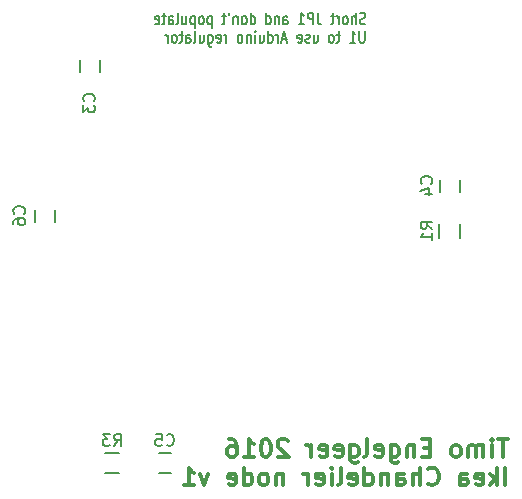
<source format=gbo>
G04 #@! TF.FileFunction,Legend,Bot*
%FSLAX46Y46*%
G04 Gerber Fmt 4.6, Leading zero omitted, Abs format (unit mm)*
G04 Created by KiCad (PCBNEW 4.0.2-stable) date 4-8-2016 15:28:01*
%MOMM*%
G01*
G04 APERTURE LIST*
%ADD10C,0.100000*%
%ADD11C,0.150000*%
%ADD12C,0.300000*%
G04 APERTURE END LIST*
D10*
D11*
X106677619Y-86614762D02*
X106563333Y-86662381D01*
X106372857Y-86662381D01*
X106296667Y-86614762D01*
X106258571Y-86567143D01*
X106220476Y-86471905D01*
X106220476Y-86376667D01*
X106258571Y-86281429D01*
X106296667Y-86233810D01*
X106372857Y-86186190D01*
X106525238Y-86138571D01*
X106601429Y-86090952D01*
X106639524Y-86043333D01*
X106677619Y-85948095D01*
X106677619Y-85852857D01*
X106639524Y-85757619D01*
X106601429Y-85710000D01*
X106525238Y-85662381D01*
X106334762Y-85662381D01*
X106220476Y-85710000D01*
X105877619Y-86662381D02*
X105877619Y-85662381D01*
X105534762Y-86662381D02*
X105534762Y-86138571D01*
X105572857Y-86043333D01*
X105649047Y-85995714D01*
X105763333Y-85995714D01*
X105839524Y-86043333D01*
X105877619Y-86090952D01*
X105039523Y-86662381D02*
X105115714Y-86614762D01*
X105153809Y-86567143D01*
X105191904Y-86471905D01*
X105191904Y-86186190D01*
X105153809Y-86090952D01*
X105115714Y-86043333D01*
X105039523Y-85995714D01*
X104925237Y-85995714D01*
X104849047Y-86043333D01*
X104810952Y-86090952D01*
X104772856Y-86186190D01*
X104772856Y-86471905D01*
X104810952Y-86567143D01*
X104849047Y-86614762D01*
X104925237Y-86662381D01*
X105039523Y-86662381D01*
X104429999Y-86662381D02*
X104429999Y-85995714D01*
X104429999Y-86186190D02*
X104391904Y-86090952D01*
X104353808Y-86043333D01*
X104277618Y-85995714D01*
X104201427Y-85995714D01*
X104049047Y-85995714D02*
X103744285Y-85995714D01*
X103934761Y-85662381D02*
X103934761Y-86519524D01*
X103896666Y-86614762D01*
X103820475Y-86662381D01*
X103744285Y-86662381D01*
X102639522Y-85662381D02*
X102639522Y-86376667D01*
X102677618Y-86519524D01*
X102753808Y-86614762D01*
X102868094Y-86662381D01*
X102944284Y-86662381D01*
X102258570Y-86662381D02*
X102258570Y-85662381D01*
X101953808Y-85662381D01*
X101877617Y-85710000D01*
X101839522Y-85757619D01*
X101801427Y-85852857D01*
X101801427Y-85995714D01*
X101839522Y-86090952D01*
X101877617Y-86138571D01*
X101953808Y-86186190D01*
X102258570Y-86186190D01*
X101039522Y-86662381D02*
X101496665Y-86662381D01*
X101268094Y-86662381D02*
X101268094Y-85662381D01*
X101344284Y-85805238D01*
X101420475Y-85900476D01*
X101496665Y-85948095D01*
X99744284Y-86662381D02*
X99744284Y-86138571D01*
X99782379Y-86043333D01*
X99858569Y-85995714D01*
X100010950Y-85995714D01*
X100087141Y-86043333D01*
X99744284Y-86614762D02*
X99820474Y-86662381D01*
X100010950Y-86662381D01*
X100087141Y-86614762D01*
X100125236Y-86519524D01*
X100125236Y-86424286D01*
X100087141Y-86329048D01*
X100010950Y-86281429D01*
X99820474Y-86281429D01*
X99744284Y-86233810D01*
X99363331Y-85995714D02*
X99363331Y-86662381D01*
X99363331Y-86090952D02*
X99325236Y-86043333D01*
X99249045Y-85995714D01*
X99134759Y-85995714D01*
X99058569Y-86043333D01*
X99020474Y-86138571D01*
X99020474Y-86662381D01*
X98296664Y-86662381D02*
X98296664Y-85662381D01*
X98296664Y-86614762D02*
X98372854Y-86662381D01*
X98525235Y-86662381D01*
X98601426Y-86614762D01*
X98639521Y-86567143D01*
X98677616Y-86471905D01*
X98677616Y-86186190D01*
X98639521Y-86090952D01*
X98601426Y-86043333D01*
X98525235Y-85995714D01*
X98372854Y-85995714D01*
X98296664Y-86043333D01*
X96963330Y-86662381D02*
X96963330Y-85662381D01*
X96963330Y-86614762D02*
X97039520Y-86662381D01*
X97191901Y-86662381D01*
X97268092Y-86614762D01*
X97306187Y-86567143D01*
X97344282Y-86471905D01*
X97344282Y-86186190D01*
X97306187Y-86090952D01*
X97268092Y-86043333D01*
X97191901Y-85995714D01*
X97039520Y-85995714D01*
X96963330Y-86043333D01*
X96468091Y-86662381D02*
X96544282Y-86614762D01*
X96582377Y-86567143D01*
X96620472Y-86471905D01*
X96620472Y-86186190D01*
X96582377Y-86090952D01*
X96544282Y-86043333D01*
X96468091Y-85995714D01*
X96353805Y-85995714D01*
X96277615Y-86043333D01*
X96239520Y-86090952D01*
X96201424Y-86186190D01*
X96201424Y-86471905D01*
X96239520Y-86567143D01*
X96277615Y-86614762D01*
X96353805Y-86662381D01*
X96468091Y-86662381D01*
X95858567Y-85995714D02*
X95858567Y-86662381D01*
X95858567Y-86090952D02*
X95820472Y-86043333D01*
X95744281Y-85995714D01*
X95629995Y-85995714D01*
X95553805Y-86043333D01*
X95515710Y-86138571D01*
X95515710Y-86662381D01*
X95096662Y-85662381D02*
X95172852Y-85852857D01*
X94868091Y-85995714D02*
X94563329Y-85995714D01*
X94753805Y-85662381D02*
X94753805Y-86519524D01*
X94715710Y-86614762D01*
X94639519Y-86662381D01*
X94563329Y-86662381D01*
X93687138Y-85995714D02*
X93687138Y-86995714D01*
X93687138Y-86043333D02*
X93610947Y-85995714D01*
X93458566Y-85995714D01*
X93382376Y-86043333D01*
X93344281Y-86090952D01*
X93306185Y-86186190D01*
X93306185Y-86471905D01*
X93344281Y-86567143D01*
X93382376Y-86614762D01*
X93458566Y-86662381D01*
X93610947Y-86662381D01*
X93687138Y-86614762D01*
X92849042Y-86662381D02*
X92925233Y-86614762D01*
X92963328Y-86567143D01*
X93001423Y-86471905D01*
X93001423Y-86186190D01*
X92963328Y-86090952D01*
X92925233Y-86043333D01*
X92849042Y-85995714D01*
X92734756Y-85995714D01*
X92658566Y-86043333D01*
X92620471Y-86090952D01*
X92582375Y-86186190D01*
X92582375Y-86471905D01*
X92620471Y-86567143D01*
X92658566Y-86614762D01*
X92734756Y-86662381D01*
X92849042Y-86662381D01*
X92239518Y-85995714D02*
X92239518Y-86995714D01*
X92239518Y-86043333D02*
X92163327Y-85995714D01*
X92010946Y-85995714D01*
X91934756Y-86043333D01*
X91896661Y-86090952D01*
X91858565Y-86186190D01*
X91858565Y-86471905D01*
X91896661Y-86567143D01*
X91934756Y-86614762D01*
X92010946Y-86662381D01*
X92163327Y-86662381D01*
X92239518Y-86614762D01*
X91172851Y-85995714D02*
X91172851Y-86662381D01*
X91515708Y-85995714D02*
X91515708Y-86519524D01*
X91477613Y-86614762D01*
X91401422Y-86662381D01*
X91287136Y-86662381D01*
X91210946Y-86614762D01*
X91172851Y-86567143D01*
X90677612Y-86662381D02*
X90753803Y-86614762D01*
X90791898Y-86519524D01*
X90791898Y-85662381D01*
X90029993Y-86662381D02*
X90029993Y-86138571D01*
X90068088Y-86043333D01*
X90144278Y-85995714D01*
X90296659Y-85995714D01*
X90372850Y-86043333D01*
X90029993Y-86614762D02*
X90106183Y-86662381D01*
X90296659Y-86662381D01*
X90372850Y-86614762D01*
X90410945Y-86519524D01*
X90410945Y-86424286D01*
X90372850Y-86329048D01*
X90296659Y-86281429D01*
X90106183Y-86281429D01*
X90029993Y-86233810D01*
X89763326Y-85995714D02*
X89458564Y-85995714D01*
X89649040Y-85662381D02*
X89649040Y-86519524D01*
X89610945Y-86614762D01*
X89534754Y-86662381D01*
X89458564Y-86662381D01*
X88887135Y-86614762D02*
X88963325Y-86662381D01*
X89115706Y-86662381D01*
X89191897Y-86614762D01*
X89229992Y-86519524D01*
X89229992Y-86138571D01*
X89191897Y-86043333D01*
X89115706Y-85995714D01*
X88963325Y-85995714D01*
X88887135Y-86043333D01*
X88849040Y-86138571D01*
X88849040Y-86233810D01*
X89229992Y-86329048D01*
X106639524Y-87212381D02*
X106639524Y-88021905D01*
X106601429Y-88117143D01*
X106563333Y-88164762D01*
X106487143Y-88212381D01*
X106334762Y-88212381D01*
X106258571Y-88164762D01*
X106220476Y-88117143D01*
X106182381Y-88021905D01*
X106182381Y-87212381D01*
X105382381Y-88212381D02*
X105839524Y-88212381D01*
X105610953Y-88212381D02*
X105610953Y-87212381D01*
X105687143Y-87355238D01*
X105763334Y-87450476D01*
X105839524Y-87498095D01*
X104544286Y-87545714D02*
X104239524Y-87545714D01*
X104430000Y-87212381D02*
X104430000Y-88069524D01*
X104391905Y-88164762D01*
X104315714Y-88212381D01*
X104239524Y-88212381D01*
X103858571Y-88212381D02*
X103934762Y-88164762D01*
X103972857Y-88117143D01*
X104010952Y-88021905D01*
X104010952Y-87736190D01*
X103972857Y-87640952D01*
X103934762Y-87593333D01*
X103858571Y-87545714D01*
X103744285Y-87545714D01*
X103668095Y-87593333D01*
X103630000Y-87640952D01*
X103591904Y-87736190D01*
X103591904Y-88021905D01*
X103630000Y-88117143D01*
X103668095Y-88164762D01*
X103744285Y-88212381D01*
X103858571Y-88212381D01*
X102296666Y-87545714D02*
X102296666Y-88212381D01*
X102639523Y-87545714D02*
X102639523Y-88069524D01*
X102601428Y-88164762D01*
X102525237Y-88212381D01*
X102410951Y-88212381D01*
X102334761Y-88164762D01*
X102296666Y-88117143D01*
X101953808Y-88164762D02*
X101877618Y-88212381D01*
X101725237Y-88212381D01*
X101649046Y-88164762D01*
X101610951Y-88069524D01*
X101610951Y-88021905D01*
X101649046Y-87926667D01*
X101725237Y-87879048D01*
X101839522Y-87879048D01*
X101915713Y-87831429D01*
X101953808Y-87736190D01*
X101953808Y-87688571D01*
X101915713Y-87593333D01*
X101839522Y-87545714D01*
X101725237Y-87545714D01*
X101649046Y-87593333D01*
X100963332Y-88164762D02*
X101039522Y-88212381D01*
X101191903Y-88212381D01*
X101268094Y-88164762D01*
X101306189Y-88069524D01*
X101306189Y-87688571D01*
X101268094Y-87593333D01*
X101191903Y-87545714D01*
X101039522Y-87545714D01*
X100963332Y-87593333D01*
X100925237Y-87688571D01*
X100925237Y-87783810D01*
X101306189Y-87879048D01*
X100010951Y-87926667D02*
X99629999Y-87926667D01*
X100087142Y-88212381D02*
X99820475Y-87212381D01*
X99553808Y-88212381D01*
X99287142Y-88212381D02*
X99287142Y-87545714D01*
X99287142Y-87736190D02*
X99249047Y-87640952D01*
X99210951Y-87593333D01*
X99134761Y-87545714D01*
X99058570Y-87545714D01*
X98449047Y-88212381D02*
X98449047Y-87212381D01*
X98449047Y-88164762D02*
X98525237Y-88212381D01*
X98677618Y-88212381D01*
X98753809Y-88164762D01*
X98791904Y-88117143D01*
X98829999Y-88021905D01*
X98829999Y-87736190D01*
X98791904Y-87640952D01*
X98753809Y-87593333D01*
X98677618Y-87545714D01*
X98525237Y-87545714D01*
X98449047Y-87593333D01*
X97725237Y-87545714D02*
X97725237Y-88212381D01*
X98068094Y-87545714D02*
X98068094Y-88069524D01*
X98029999Y-88164762D01*
X97953808Y-88212381D01*
X97839522Y-88212381D01*
X97763332Y-88164762D01*
X97725237Y-88117143D01*
X97344284Y-88212381D02*
X97344284Y-87545714D01*
X97344284Y-87212381D02*
X97382379Y-87260000D01*
X97344284Y-87307619D01*
X97306189Y-87260000D01*
X97344284Y-87212381D01*
X97344284Y-87307619D01*
X96963332Y-87545714D02*
X96963332Y-88212381D01*
X96963332Y-87640952D02*
X96925237Y-87593333D01*
X96849046Y-87545714D01*
X96734760Y-87545714D01*
X96658570Y-87593333D01*
X96620475Y-87688571D01*
X96620475Y-88212381D01*
X96125236Y-88212381D02*
X96201427Y-88164762D01*
X96239522Y-88117143D01*
X96277617Y-88021905D01*
X96277617Y-87736190D01*
X96239522Y-87640952D01*
X96201427Y-87593333D01*
X96125236Y-87545714D01*
X96010950Y-87545714D01*
X95934760Y-87593333D01*
X95896665Y-87640952D01*
X95858569Y-87736190D01*
X95858569Y-88021905D01*
X95896665Y-88117143D01*
X95934760Y-88164762D01*
X96010950Y-88212381D01*
X96125236Y-88212381D01*
X94906188Y-88212381D02*
X94906188Y-87545714D01*
X94906188Y-87736190D02*
X94868093Y-87640952D01*
X94829997Y-87593333D01*
X94753807Y-87545714D01*
X94677616Y-87545714D01*
X94106188Y-88164762D02*
X94182378Y-88212381D01*
X94334759Y-88212381D01*
X94410950Y-88164762D01*
X94449045Y-88069524D01*
X94449045Y-87688571D01*
X94410950Y-87593333D01*
X94334759Y-87545714D01*
X94182378Y-87545714D01*
X94106188Y-87593333D01*
X94068093Y-87688571D01*
X94068093Y-87783810D01*
X94449045Y-87879048D01*
X93382379Y-87545714D02*
X93382379Y-88355238D01*
X93420474Y-88450476D01*
X93458569Y-88498095D01*
X93534760Y-88545714D01*
X93649045Y-88545714D01*
X93725236Y-88498095D01*
X93382379Y-88164762D02*
X93458569Y-88212381D01*
X93610950Y-88212381D01*
X93687141Y-88164762D01*
X93725236Y-88117143D01*
X93763331Y-88021905D01*
X93763331Y-87736190D01*
X93725236Y-87640952D01*
X93687141Y-87593333D01*
X93610950Y-87545714D01*
X93458569Y-87545714D01*
X93382379Y-87593333D01*
X92658569Y-87545714D02*
X92658569Y-88212381D01*
X93001426Y-87545714D02*
X93001426Y-88069524D01*
X92963331Y-88164762D01*
X92887140Y-88212381D01*
X92772854Y-88212381D01*
X92696664Y-88164762D01*
X92658569Y-88117143D01*
X92163330Y-88212381D02*
X92239521Y-88164762D01*
X92277616Y-88069524D01*
X92277616Y-87212381D01*
X91515711Y-88212381D02*
X91515711Y-87688571D01*
X91553806Y-87593333D01*
X91629996Y-87545714D01*
X91782377Y-87545714D01*
X91858568Y-87593333D01*
X91515711Y-88164762D02*
X91591901Y-88212381D01*
X91782377Y-88212381D01*
X91858568Y-88164762D01*
X91896663Y-88069524D01*
X91896663Y-87974286D01*
X91858568Y-87879048D01*
X91782377Y-87831429D01*
X91591901Y-87831429D01*
X91515711Y-87783810D01*
X91249044Y-87545714D02*
X90944282Y-87545714D01*
X91134758Y-87212381D02*
X91134758Y-88069524D01*
X91096663Y-88164762D01*
X91020472Y-88212381D01*
X90944282Y-88212381D01*
X90563329Y-88212381D02*
X90639520Y-88164762D01*
X90677615Y-88117143D01*
X90715710Y-88021905D01*
X90715710Y-87736190D01*
X90677615Y-87640952D01*
X90639520Y-87593333D01*
X90563329Y-87545714D01*
X90449043Y-87545714D01*
X90372853Y-87593333D01*
X90334758Y-87640952D01*
X90296662Y-87736190D01*
X90296662Y-88021905D01*
X90334758Y-88117143D01*
X90372853Y-88164762D01*
X90449043Y-88212381D01*
X90563329Y-88212381D01*
X89953805Y-88212381D02*
X89953805Y-87545714D01*
X89953805Y-87736190D02*
X89915710Y-87640952D01*
X89877614Y-87593333D01*
X89801424Y-87545714D01*
X89725233Y-87545714D01*
D12*
X118752143Y-121793571D02*
X117895000Y-121793571D01*
X118323571Y-123293571D02*
X118323571Y-121793571D01*
X117395000Y-123293571D02*
X117395000Y-122293571D01*
X117395000Y-121793571D02*
X117466429Y-121865000D01*
X117395000Y-121936429D01*
X117323572Y-121865000D01*
X117395000Y-121793571D01*
X117395000Y-121936429D01*
X116680714Y-123293571D02*
X116680714Y-122293571D01*
X116680714Y-122436429D02*
X116609286Y-122365000D01*
X116466428Y-122293571D01*
X116252143Y-122293571D01*
X116109286Y-122365000D01*
X116037857Y-122507857D01*
X116037857Y-123293571D01*
X116037857Y-122507857D02*
X115966428Y-122365000D01*
X115823571Y-122293571D01*
X115609286Y-122293571D01*
X115466428Y-122365000D01*
X115395000Y-122507857D01*
X115395000Y-123293571D01*
X114466428Y-123293571D02*
X114609286Y-123222143D01*
X114680714Y-123150714D01*
X114752143Y-123007857D01*
X114752143Y-122579286D01*
X114680714Y-122436429D01*
X114609286Y-122365000D01*
X114466428Y-122293571D01*
X114252143Y-122293571D01*
X114109286Y-122365000D01*
X114037857Y-122436429D01*
X113966428Y-122579286D01*
X113966428Y-123007857D01*
X114037857Y-123150714D01*
X114109286Y-123222143D01*
X114252143Y-123293571D01*
X114466428Y-123293571D01*
X112180714Y-122507857D02*
X111680714Y-122507857D01*
X111466428Y-123293571D02*
X112180714Y-123293571D01*
X112180714Y-121793571D01*
X111466428Y-121793571D01*
X110823571Y-122293571D02*
X110823571Y-123293571D01*
X110823571Y-122436429D02*
X110752143Y-122365000D01*
X110609285Y-122293571D01*
X110395000Y-122293571D01*
X110252143Y-122365000D01*
X110180714Y-122507857D01*
X110180714Y-123293571D01*
X108823571Y-122293571D02*
X108823571Y-123507857D01*
X108895000Y-123650714D01*
X108966428Y-123722143D01*
X109109285Y-123793571D01*
X109323571Y-123793571D01*
X109466428Y-123722143D01*
X108823571Y-123222143D02*
X108966428Y-123293571D01*
X109252142Y-123293571D01*
X109395000Y-123222143D01*
X109466428Y-123150714D01*
X109537857Y-123007857D01*
X109537857Y-122579286D01*
X109466428Y-122436429D01*
X109395000Y-122365000D01*
X109252142Y-122293571D01*
X108966428Y-122293571D01*
X108823571Y-122365000D01*
X107537857Y-123222143D02*
X107680714Y-123293571D01*
X107966428Y-123293571D01*
X108109285Y-123222143D01*
X108180714Y-123079286D01*
X108180714Y-122507857D01*
X108109285Y-122365000D01*
X107966428Y-122293571D01*
X107680714Y-122293571D01*
X107537857Y-122365000D01*
X107466428Y-122507857D01*
X107466428Y-122650714D01*
X108180714Y-122793571D01*
X106609285Y-123293571D02*
X106752143Y-123222143D01*
X106823571Y-123079286D01*
X106823571Y-121793571D01*
X105395000Y-122293571D02*
X105395000Y-123507857D01*
X105466429Y-123650714D01*
X105537857Y-123722143D01*
X105680714Y-123793571D01*
X105895000Y-123793571D01*
X106037857Y-123722143D01*
X105395000Y-123222143D02*
X105537857Y-123293571D01*
X105823571Y-123293571D01*
X105966429Y-123222143D01*
X106037857Y-123150714D01*
X106109286Y-123007857D01*
X106109286Y-122579286D01*
X106037857Y-122436429D01*
X105966429Y-122365000D01*
X105823571Y-122293571D01*
X105537857Y-122293571D01*
X105395000Y-122365000D01*
X104109286Y-123222143D02*
X104252143Y-123293571D01*
X104537857Y-123293571D01*
X104680714Y-123222143D01*
X104752143Y-123079286D01*
X104752143Y-122507857D01*
X104680714Y-122365000D01*
X104537857Y-122293571D01*
X104252143Y-122293571D01*
X104109286Y-122365000D01*
X104037857Y-122507857D01*
X104037857Y-122650714D01*
X104752143Y-122793571D01*
X102823572Y-123222143D02*
X102966429Y-123293571D01*
X103252143Y-123293571D01*
X103395000Y-123222143D01*
X103466429Y-123079286D01*
X103466429Y-122507857D01*
X103395000Y-122365000D01*
X103252143Y-122293571D01*
X102966429Y-122293571D01*
X102823572Y-122365000D01*
X102752143Y-122507857D01*
X102752143Y-122650714D01*
X103466429Y-122793571D01*
X102109286Y-123293571D02*
X102109286Y-122293571D01*
X102109286Y-122579286D02*
X102037858Y-122436429D01*
X101966429Y-122365000D01*
X101823572Y-122293571D01*
X101680715Y-122293571D01*
X100109287Y-121936429D02*
X100037858Y-121865000D01*
X99895001Y-121793571D01*
X99537858Y-121793571D01*
X99395001Y-121865000D01*
X99323572Y-121936429D01*
X99252144Y-122079286D01*
X99252144Y-122222143D01*
X99323572Y-122436429D01*
X100180715Y-123293571D01*
X99252144Y-123293571D01*
X98323573Y-121793571D02*
X98180716Y-121793571D01*
X98037859Y-121865000D01*
X97966430Y-121936429D01*
X97895001Y-122079286D01*
X97823573Y-122365000D01*
X97823573Y-122722143D01*
X97895001Y-123007857D01*
X97966430Y-123150714D01*
X98037859Y-123222143D01*
X98180716Y-123293571D01*
X98323573Y-123293571D01*
X98466430Y-123222143D01*
X98537859Y-123150714D01*
X98609287Y-123007857D01*
X98680716Y-122722143D01*
X98680716Y-122365000D01*
X98609287Y-122079286D01*
X98537859Y-121936429D01*
X98466430Y-121865000D01*
X98323573Y-121793571D01*
X96395002Y-123293571D02*
X97252145Y-123293571D01*
X96823573Y-123293571D02*
X96823573Y-121793571D01*
X96966430Y-122007857D01*
X97109288Y-122150714D01*
X97252145Y-122222143D01*
X95109288Y-121793571D02*
X95395002Y-121793571D01*
X95537859Y-121865000D01*
X95609288Y-121936429D01*
X95752145Y-122150714D01*
X95823574Y-122436429D01*
X95823574Y-123007857D01*
X95752145Y-123150714D01*
X95680717Y-123222143D01*
X95537859Y-123293571D01*
X95252145Y-123293571D01*
X95109288Y-123222143D01*
X95037859Y-123150714D01*
X94966431Y-123007857D01*
X94966431Y-122650714D01*
X95037859Y-122507857D01*
X95109288Y-122436429D01*
X95252145Y-122365000D01*
X95537859Y-122365000D01*
X95680717Y-122436429D01*
X95752145Y-122507857D01*
X95823574Y-122650714D01*
X118537857Y-125693571D02*
X118537857Y-124193571D01*
X117823571Y-125693571D02*
X117823571Y-124193571D01*
X117680714Y-125122143D02*
X117252143Y-125693571D01*
X117252143Y-124693571D02*
X117823571Y-125265000D01*
X116037857Y-125622143D02*
X116180714Y-125693571D01*
X116466428Y-125693571D01*
X116609285Y-125622143D01*
X116680714Y-125479286D01*
X116680714Y-124907857D01*
X116609285Y-124765000D01*
X116466428Y-124693571D01*
X116180714Y-124693571D01*
X116037857Y-124765000D01*
X115966428Y-124907857D01*
X115966428Y-125050714D01*
X116680714Y-125193571D01*
X114680714Y-125693571D02*
X114680714Y-124907857D01*
X114752143Y-124765000D01*
X114895000Y-124693571D01*
X115180714Y-124693571D01*
X115323571Y-124765000D01*
X114680714Y-125622143D02*
X114823571Y-125693571D01*
X115180714Y-125693571D01*
X115323571Y-125622143D01*
X115395000Y-125479286D01*
X115395000Y-125336429D01*
X115323571Y-125193571D01*
X115180714Y-125122143D01*
X114823571Y-125122143D01*
X114680714Y-125050714D01*
X111966428Y-125550714D02*
X112037857Y-125622143D01*
X112252143Y-125693571D01*
X112395000Y-125693571D01*
X112609285Y-125622143D01*
X112752143Y-125479286D01*
X112823571Y-125336429D01*
X112895000Y-125050714D01*
X112895000Y-124836429D01*
X112823571Y-124550714D01*
X112752143Y-124407857D01*
X112609285Y-124265000D01*
X112395000Y-124193571D01*
X112252143Y-124193571D01*
X112037857Y-124265000D01*
X111966428Y-124336429D01*
X111323571Y-125693571D02*
X111323571Y-124193571D01*
X110680714Y-125693571D02*
X110680714Y-124907857D01*
X110752143Y-124765000D01*
X110895000Y-124693571D01*
X111109285Y-124693571D01*
X111252143Y-124765000D01*
X111323571Y-124836429D01*
X109323571Y-125693571D02*
X109323571Y-124907857D01*
X109395000Y-124765000D01*
X109537857Y-124693571D01*
X109823571Y-124693571D01*
X109966428Y-124765000D01*
X109323571Y-125622143D02*
X109466428Y-125693571D01*
X109823571Y-125693571D01*
X109966428Y-125622143D01*
X110037857Y-125479286D01*
X110037857Y-125336429D01*
X109966428Y-125193571D01*
X109823571Y-125122143D01*
X109466428Y-125122143D01*
X109323571Y-125050714D01*
X108609285Y-124693571D02*
X108609285Y-125693571D01*
X108609285Y-124836429D02*
X108537857Y-124765000D01*
X108394999Y-124693571D01*
X108180714Y-124693571D01*
X108037857Y-124765000D01*
X107966428Y-124907857D01*
X107966428Y-125693571D01*
X106609285Y-125693571D02*
X106609285Y-124193571D01*
X106609285Y-125622143D02*
X106752142Y-125693571D01*
X107037856Y-125693571D01*
X107180714Y-125622143D01*
X107252142Y-125550714D01*
X107323571Y-125407857D01*
X107323571Y-124979286D01*
X107252142Y-124836429D01*
X107180714Y-124765000D01*
X107037856Y-124693571D01*
X106752142Y-124693571D01*
X106609285Y-124765000D01*
X105323571Y-125622143D02*
X105466428Y-125693571D01*
X105752142Y-125693571D01*
X105894999Y-125622143D01*
X105966428Y-125479286D01*
X105966428Y-124907857D01*
X105894999Y-124765000D01*
X105752142Y-124693571D01*
X105466428Y-124693571D01*
X105323571Y-124765000D01*
X105252142Y-124907857D01*
X105252142Y-125050714D01*
X105966428Y-125193571D01*
X104394999Y-125693571D02*
X104537857Y-125622143D01*
X104609285Y-125479286D01*
X104609285Y-124193571D01*
X103823571Y-125693571D02*
X103823571Y-124693571D01*
X103823571Y-124193571D02*
X103895000Y-124265000D01*
X103823571Y-124336429D01*
X103752143Y-124265000D01*
X103823571Y-124193571D01*
X103823571Y-124336429D01*
X102537857Y-125622143D02*
X102680714Y-125693571D01*
X102966428Y-125693571D01*
X103109285Y-125622143D01*
X103180714Y-125479286D01*
X103180714Y-124907857D01*
X103109285Y-124765000D01*
X102966428Y-124693571D01*
X102680714Y-124693571D01*
X102537857Y-124765000D01*
X102466428Y-124907857D01*
X102466428Y-125050714D01*
X103180714Y-125193571D01*
X101823571Y-125693571D02*
X101823571Y-124693571D01*
X101823571Y-124979286D02*
X101752143Y-124836429D01*
X101680714Y-124765000D01*
X101537857Y-124693571D01*
X101395000Y-124693571D01*
X99752143Y-124693571D02*
X99752143Y-125693571D01*
X99752143Y-124836429D02*
X99680715Y-124765000D01*
X99537857Y-124693571D01*
X99323572Y-124693571D01*
X99180715Y-124765000D01*
X99109286Y-124907857D01*
X99109286Y-125693571D01*
X98180714Y-125693571D02*
X98323572Y-125622143D01*
X98395000Y-125550714D01*
X98466429Y-125407857D01*
X98466429Y-124979286D01*
X98395000Y-124836429D01*
X98323572Y-124765000D01*
X98180714Y-124693571D01*
X97966429Y-124693571D01*
X97823572Y-124765000D01*
X97752143Y-124836429D01*
X97680714Y-124979286D01*
X97680714Y-125407857D01*
X97752143Y-125550714D01*
X97823572Y-125622143D01*
X97966429Y-125693571D01*
X98180714Y-125693571D01*
X96395000Y-125693571D02*
X96395000Y-124193571D01*
X96395000Y-125622143D02*
X96537857Y-125693571D01*
X96823571Y-125693571D01*
X96966429Y-125622143D01*
X97037857Y-125550714D01*
X97109286Y-125407857D01*
X97109286Y-124979286D01*
X97037857Y-124836429D01*
X96966429Y-124765000D01*
X96823571Y-124693571D01*
X96537857Y-124693571D01*
X96395000Y-124765000D01*
X95109286Y-125622143D02*
X95252143Y-125693571D01*
X95537857Y-125693571D01*
X95680714Y-125622143D01*
X95752143Y-125479286D01*
X95752143Y-124907857D01*
X95680714Y-124765000D01*
X95537857Y-124693571D01*
X95252143Y-124693571D01*
X95109286Y-124765000D01*
X95037857Y-124907857D01*
X95037857Y-125050714D01*
X95752143Y-125193571D01*
X93395000Y-124693571D02*
X93037857Y-125693571D01*
X92680715Y-124693571D01*
X91323572Y-125693571D02*
X92180715Y-125693571D01*
X91752143Y-125693571D02*
X91752143Y-124193571D01*
X91895000Y-124407857D01*
X92037858Y-124550714D01*
X92180715Y-124622143D01*
D11*
X82485000Y-90660000D02*
X82485000Y-89660000D01*
X84185000Y-89660000D02*
X84185000Y-90660000D01*
X114665000Y-99820000D02*
X114665000Y-100820000D01*
X112965000Y-100820000D02*
X112965000Y-99820000D01*
X90185000Y-124665000D02*
X89185000Y-124665000D01*
X89185000Y-122965000D02*
X90185000Y-122965000D01*
X78675000Y-103360000D02*
X78675000Y-102360000D01*
X80375000Y-102360000D02*
X80375000Y-103360000D01*
X114690000Y-104730000D02*
X114690000Y-103530000D01*
X112940000Y-103530000D02*
X112940000Y-104730000D01*
X84640000Y-124690000D02*
X85840000Y-124690000D01*
X85840000Y-122940000D02*
X84640000Y-122940000D01*
X83692143Y-93168334D02*
X83739762Y-93120715D01*
X83787381Y-92977858D01*
X83787381Y-92882620D01*
X83739762Y-92739762D01*
X83644524Y-92644524D01*
X83549286Y-92596905D01*
X83358810Y-92549286D01*
X83215952Y-92549286D01*
X83025476Y-92596905D01*
X82930238Y-92644524D01*
X82835000Y-92739762D01*
X82787381Y-92882620D01*
X82787381Y-92977858D01*
X82835000Y-93120715D01*
X82882619Y-93168334D01*
X82787381Y-93501667D02*
X82787381Y-94120715D01*
X83168333Y-93787381D01*
X83168333Y-93930239D01*
X83215952Y-94025477D01*
X83263571Y-94073096D01*
X83358810Y-94120715D01*
X83596905Y-94120715D01*
X83692143Y-94073096D01*
X83739762Y-94025477D01*
X83787381Y-93930239D01*
X83787381Y-93644524D01*
X83739762Y-93549286D01*
X83692143Y-93501667D01*
X112267143Y-100153334D02*
X112314762Y-100105715D01*
X112362381Y-99962858D01*
X112362381Y-99867620D01*
X112314762Y-99724762D01*
X112219524Y-99629524D01*
X112124286Y-99581905D01*
X111933810Y-99534286D01*
X111790952Y-99534286D01*
X111600476Y-99581905D01*
X111505238Y-99629524D01*
X111410000Y-99724762D01*
X111362381Y-99867620D01*
X111362381Y-99962858D01*
X111410000Y-100105715D01*
X111457619Y-100153334D01*
X111695714Y-101010477D02*
X112362381Y-101010477D01*
X111314762Y-100772381D02*
X112029048Y-100534286D01*
X112029048Y-101153334D01*
X89851666Y-122267143D02*
X89899285Y-122314762D01*
X90042142Y-122362381D01*
X90137380Y-122362381D01*
X90280238Y-122314762D01*
X90375476Y-122219524D01*
X90423095Y-122124286D01*
X90470714Y-121933810D01*
X90470714Y-121790952D01*
X90423095Y-121600476D01*
X90375476Y-121505238D01*
X90280238Y-121410000D01*
X90137380Y-121362381D01*
X90042142Y-121362381D01*
X89899285Y-121410000D01*
X89851666Y-121457619D01*
X88946904Y-121362381D02*
X89423095Y-121362381D01*
X89470714Y-121838571D01*
X89423095Y-121790952D01*
X89327857Y-121743333D01*
X89089761Y-121743333D01*
X88994523Y-121790952D01*
X88946904Y-121838571D01*
X88899285Y-121933810D01*
X88899285Y-122171905D01*
X88946904Y-122267143D01*
X88994523Y-122314762D01*
X89089761Y-122362381D01*
X89327857Y-122362381D01*
X89423095Y-122314762D01*
X89470714Y-122267143D01*
X77782143Y-102693334D02*
X77829762Y-102645715D01*
X77877381Y-102502858D01*
X77877381Y-102407620D01*
X77829762Y-102264762D01*
X77734524Y-102169524D01*
X77639286Y-102121905D01*
X77448810Y-102074286D01*
X77305952Y-102074286D01*
X77115476Y-102121905D01*
X77020238Y-102169524D01*
X76925000Y-102264762D01*
X76877381Y-102407620D01*
X76877381Y-102502858D01*
X76925000Y-102645715D01*
X76972619Y-102693334D01*
X76877381Y-103550477D02*
X76877381Y-103360000D01*
X76925000Y-103264762D01*
X76972619Y-103217143D01*
X77115476Y-103121905D01*
X77305952Y-103074286D01*
X77686905Y-103074286D01*
X77782143Y-103121905D01*
X77829762Y-103169524D01*
X77877381Y-103264762D01*
X77877381Y-103455239D01*
X77829762Y-103550477D01*
X77782143Y-103598096D01*
X77686905Y-103645715D01*
X77448810Y-103645715D01*
X77353571Y-103598096D01*
X77305952Y-103550477D01*
X77258333Y-103455239D01*
X77258333Y-103264762D01*
X77305952Y-103169524D01*
X77353571Y-103121905D01*
X77448810Y-103074286D01*
X112362381Y-103963334D02*
X111886190Y-103630000D01*
X112362381Y-103391905D02*
X111362381Y-103391905D01*
X111362381Y-103772858D01*
X111410000Y-103868096D01*
X111457619Y-103915715D01*
X111552857Y-103963334D01*
X111695714Y-103963334D01*
X111790952Y-103915715D01*
X111838571Y-103868096D01*
X111886190Y-103772858D01*
X111886190Y-103391905D01*
X112362381Y-104915715D02*
X112362381Y-104344286D01*
X112362381Y-104630000D02*
X111362381Y-104630000D01*
X111505238Y-104534762D01*
X111600476Y-104439524D01*
X111648095Y-104344286D01*
X85406666Y-122362381D02*
X85740000Y-121886190D01*
X85978095Y-122362381D02*
X85978095Y-121362381D01*
X85597142Y-121362381D01*
X85501904Y-121410000D01*
X85454285Y-121457619D01*
X85406666Y-121552857D01*
X85406666Y-121695714D01*
X85454285Y-121790952D01*
X85501904Y-121838571D01*
X85597142Y-121886190D01*
X85978095Y-121886190D01*
X85073333Y-121362381D02*
X84454285Y-121362381D01*
X84787619Y-121743333D01*
X84644761Y-121743333D01*
X84549523Y-121790952D01*
X84501904Y-121838571D01*
X84454285Y-121933810D01*
X84454285Y-122171905D01*
X84501904Y-122267143D01*
X84549523Y-122314762D01*
X84644761Y-122362381D01*
X84930476Y-122362381D01*
X85025714Y-122314762D01*
X85073333Y-122267143D01*
M02*

</source>
